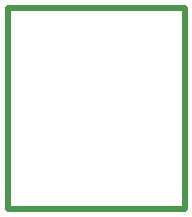
<source format=gbr>
G04 #@! TF.FileFunction,Profile,NP*
%FSLAX46Y46*%
G04 Gerber Fmt 4.6, Leading zero omitted, Abs format (unit mm)*
G04 Created by KiCad (PCBNEW 4.0.6-e0-6349~52~ubuntu16.10.1) date Sun Mar 26 20:03:33 2017*
%MOMM*%
%LPD*%
G01*
G04 APERTURE LIST*
%ADD10C,0.100000*%
%ADD11C,0.500000*%
G04 APERTURE END LIST*
D10*
D11*
X111125000Y-55350000D02*
X111125000Y-72350000D01*
X126125000Y-55350000D02*
X111125000Y-55350000D01*
X126125000Y-72350000D02*
X126125000Y-55350000D01*
X111125000Y-72350000D02*
X126125000Y-72350000D01*
M02*

</source>
